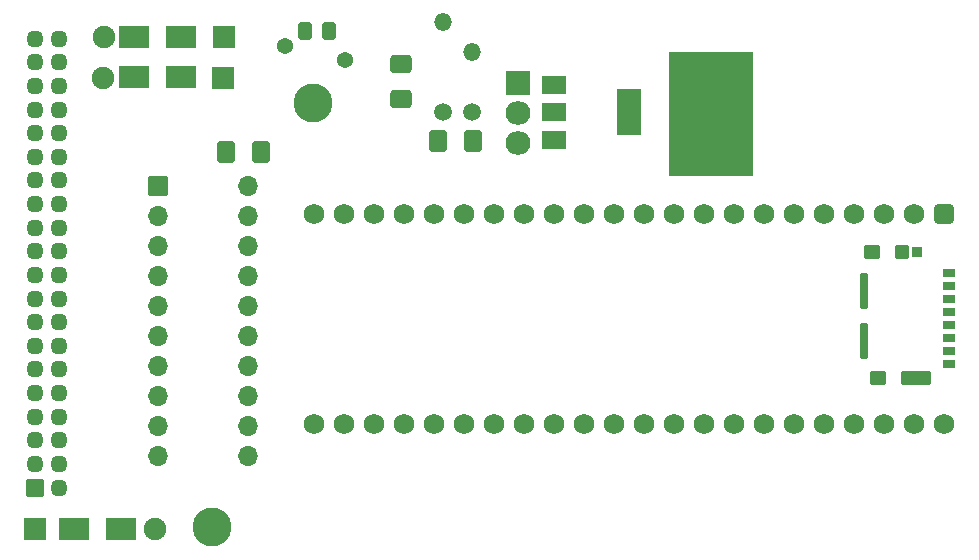
<source format=gbr>
%TF.GenerationSoftware,KiCad,Pcbnew,6.0.5-a6ca702e91~116~ubuntu21.10.1*%
%TF.CreationDate,2022-08-24T05:16:12-06:00*%
%TF.ProjectId,PowerBook_F4Lite_THTV1_2,506f7765-7242-46f6-9f6b-5f46344c6974,rev?*%
%TF.SameCoordinates,Original*%
%TF.FileFunction,Soldermask,Top*%
%TF.FilePolarity,Negative*%
%FSLAX46Y46*%
G04 Gerber Fmt 4.6, Leading zero omitted, Abs format (unit mm)*
G04 Created by KiCad (PCBNEW 6.0.5-a6ca702e91~116~ubuntu21.10.1) date 2022-08-24 05:16:12*
%MOMM*%
%LPD*%
G01*
G04 APERTURE LIST*
G04 Aperture macros list*
%AMRoundRect*
0 Rectangle with rounded corners*
0 $1 Rounding radius*
0 $2 $3 $4 $5 $6 $7 $8 $9 X,Y pos of 4 corners*
0 Add a 4 corners polygon primitive as box body*
4,1,4,$2,$3,$4,$5,$6,$7,$8,$9,$2,$3,0*
0 Add four circle primitives for the rounded corners*
1,1,$1+$1,$2,$3*
1,1,$1+$1,$4,$5*
1,1,$1+$1,$6,$7*
1,1,$1+$1,$8,$9*
0 Add four rect primitives between the rounded corners*
20,1,$1+$1,$2,$3,$4,$5,0*
20,1,$1+$1,$4,$5,$6,$7,0*
20,1,$1+$1,$6,$7,$8,$9,0*
20,1,$1+$1,$8,$9,$2,$3,0*%
G04 Aperture macros list end*
%ADD10C,0.100000*%
%ADD11RoundRect,0.462500X-0.412500X0.412500X-0.412500X-0.412500X0.412500X-0.412500X0.412500X0.412500X0*%
%ADD12C,1.750000*%
%ADD13O,1.900000X1.900000*%
%ADD14RoundRect,0.050000X-0.900000X-0.900000X0.900000X-0.900000X0.900000X0.900000X-0.900000X0.900000X0*%
%ADD15RoundRect,0.050000X-1.250000X-0.900000X1.250000X-0.900000X1.250000X0.900000X-1.250000X0.900000X0*%
%ADD16RoundRect,0.050000X1.250000X0.900000X-1.250000X0.900000X-1.250000X-0.900000X1.250000X-0.900000X0*%
%ADD17RoundRect,0.050000X0.900000X0.900000X-0.900000X0.900000X-0.900000X-0.900000X0.900000X-0.900000X0*%
%ADD18RoundRect,0.050000X0.675000X0.675000X-0.675000X0.675000X-0.675000X-0.675000X0.675000X-0.675000X0*%
%ADD19O,1.450000X1.450000*%
%ADD20RoundRect,0.050000X0.275000X-1.455000X0.275000X1.455000X-0.275000X1.455000X-0.275000X-1.455000X0*%
%ADD21RoundRect,0.050000X0.500000X-0.250000X0.500000X0.250000X-0.500000X0.250000X-0.500000X-0.250000X0*%
%ADD22RoundRect,0.050000X0.390000X-0.360000X0.390000X0.360000X-0.390000X0.360000X-0.390000X-0.360000X0*%
%ADD23RoundRect,0.050000X0.600000X-0.525000X0.600000X0.525000X-0.600000X0.525000X-0.600000X-0.525000X0*%
%ADD24RoundRect,0.050000X1.195000X-0.525000X1.195000X0.525000X-1.195000X0.525000X-1.195000X-0.525000X0*%
%ADD25RoundRect,0.050000X0.540000X-0.525000X0.540000X0.525000X-0.540000X0.525000X-0.540000X-0.525000X0*%
%ADD26C,3.300000*%
%ADD27RoundRect,0.300001X0.462499X0.624999X-0.462499X0.624999X-0.462499X-0.624999X0.462499X-0.624999X0*%
%ADD28RoundRect,0.300001X0.624999X-0.462499X0.624999X0.462499X-0.624999X0.462499X-0.624999X-0.462499X0*%
%ADD29RoundRect,0.300001X-0.462499X-0.624999X0.462499X-0.624999X0.462499X0.624999X-0.462499X0.624999X0*%
%ADD30C,1.500000*%
%ADD31O,1.500000X1.500000*%
%ADD32O,3.600000X3.600000*%
%ADD33RoundRect,0.050000X-1.000000X0.952500X-1.000000X-0.952500X1.000000X-0.952500X1.000000X0.952500X0*%
%ADD34O,2.100000X2.005000*%
%ADD35RoundRect,0.050000X-0.800000X-0.800000X0.800000X-0.800000X0.800000X0.800000X-0.800000X0.800000X0*%
%ADD36O,1.700000X1.700000*%
%ADD37C,1.370000*%
%ADD38RoundRect,0.300000X-0.325000X-0.450000X0.325000X-0.450000X0.325000X0.450000X-0.325000X0.450000X0*%
%ADD39RoundRect,0.050000X-1.000000X-0.750000X1.000000X-0.750000X1.000000X0.750000X-1.000000X0.750000X0*%
%ADD40RoundRect,0.050000X-1.000000X-1.900000X1.000000X-1.900000X1.000000X1.900000X-1.000000X1.900000X0*%
G04 APERTURE END LIST*
D10*
G36*
X128963420Y-74472800D02*
G01*
X121935240Y-74472800D01*
X121935240Y-64005460D01*
X128963420Y-64005460D01*
X128963420Y-74472800D01*
G37*
X128963420Y-74472800D02*
X121935240Y-74472800D01*
X121935240Y-64005460D01*
X128963420Y-64005460D01*
X128963420Y-74472800D01*
D11*
%TO.C,U3*%
X145211800Y-77739240D03*
D12*
X142671800Y-77739240D03*
X140131800Y-77739240D03*
X137591800Y-77739240D03*
X135051800Y-77739240D03*
X132511800Y-77739240D03*
X129971800Y-77739240D03*
X127431800Y-77739240D03*
X124891800Y-77739240D03*
X122351800Y-77739240D03*
X119811800Y-77739240D03*
X117271800Y-77739240D03*
X114731800Y-77739240D03*
X112191800Y-77739240D03*
X109651800Y-77739240D03*
X107111800Y-77739240D03*
X104571800Y-77739240D03*
X102031800Y-77739240D03*
X99491800Y-77739240D03*
X96951800Y-77739240D03*
X94411800Y-77739240D03*
X91871800Y-77739240D03*
X91871800Y-95519240D03*
X94411800Y-95519240D03*
X96951800Y-95519240D03*
X99491800Y-95519240D03*
X102031800Y-95519240D03*
X104571800Y-95519240D03*
X107111800Y-95519240D03*
X109651800Y-95519240D03*
X112191800Y-95519240D03*
X114731800Y-95519240D03*
X117271800Y-95519240D03*
X119811800Y-95519240D03*
X122351800Y-95519240D03*
X124891800Y-95519240D03*
X127431800Y-95519240D03*
X129971800Y-95519240D03*
X132511800Y-95519240D03*
X135051800Y-95519240D03*
X137591800Y-95519240D03*
X140131800Y-95519240D03*
X142671800Y-95519240D03*
X145211800Y-95519240D03*
%TD*%
D13*
%TO.C,D2*%
X78356460Y-104406700D03*
D14*
X68196460Y-104406700D03*
%TD*%
D15*
%TO.C,D5*%
X71507600Y-104394000D03*
X75507600Y-104394000D03*
%TD*%
D16*
%TO.C,D4*%
X80638400Y-62788800D03*
X76638400Y-62788800D03*
%TD*%
D17*
%TO.C,D1*%
X84218780Y-62720220D03*
D13*
X74058780Y-62720220D03*
%TD*%
D16*
%TO.C,D6*%
X80619600Y-66141600D03*
X76619600Y-66141600D03*
%TD*%
D17*
%TO.C,D3*%
X84173060Y-66179700D03*
D13*
X74013060Y-66179700D03*
%TD*%
D18*
%TO.C,J2*%
X68232020Y-100892940D03*
D19*
X70232020Y-100892940D03*
X68232020Y-98892940D03*
X70232020Y-98892940D03*
X68232020Y-96892940D03*
X70232020Y-96892940D03*
X68232020Y-94892940D03*
X70232020Y-94892940D03*
X68232020Y-92892940D03*
X70232020Y-92892940D03*
X68232020Y-90892940D03*
X70232020Y-90892940D03*
X68232020Y-88892940D03*
X70232020Y-88892940D03*
X68232020Y-86892940D03*
X70232020Y-86892940D03*
X70232020Y-84892940D03*
X68232020Y-82892940D03*
X70232020Y-82892940D03*
X68232020Y-80892940D03*
X70232020Y-80892940D03*
X68232020Y-78892940D03*
X70232020Y-78892940D03*
X68232020Y-76892940D03*
X70232020Y-76892940D03*
X68232020Y-74892940D03*
X70232020Y-74892940D03*
X68232020Y-72892940D03*
X70232020Y-72892940D03*
X68232020Y-70892940D03*
X70232020Y-70892940D03*
X68232020Y-68892940D03*
X70232020Y-68892940D03*
X68232020Y-66892940D03*
X70232020Y-66892940D03*
X68232020Y-64892940D03*
X70232020Y-64892940D03*
X68232020Y-62892940D03*
X70232020Y-62892940D03*
X68232020Y-84892940D03*
%TD*%
D20*
%TO.C,SD1*%
X138390000Y-84260000D03*
X138390000Y-88450000D03*
D21*
X145625000Y-82755000D03*
X145625000Y-83855000D03*
X145625000Y-84955000D03*
X145625000Y-86055000D03*
X145625000Y-87155000D03*
X145625000Y-88255000D03*
X145625000Y-89355000D03*
X145625000Y-90455000D03*
D22*
X142945000Y-80995000D03*
D23*
X139635000Y-91630000D03*
D24*
X142820000Y-91630000D03*
D23*
X139065000Y-80985000D03*
D25*
X141675000Y-80995000D03*
%TD*%
D26*
%TO.C,REF\u002A\u002A*%
X83245960Y-104251760D03*
%TD*%
%TO.C,REF\u002A\u002A*%
X91737180Y-68353940D03*
%TD*%
D27*
%TO.C,C1*%
X105340054Y-71538633D03*
X102365054Y-71538633D03*
%TD*%
D28*
%TO.C,C2*%
X99233895Y-67997873D03*
X99233895Y-65022873D03*
%TD*%
D29*
%TO.C,C3*%
X84400060Y-72450960D03*
X87375060Y-72450960D03*
%TD*%
D30*
%TO.C,R1*%
X102802594Y-69135792D03*
D31*
X102802594Y-61515792D03*
%TD*%
D30*
%TO.C,R2*%
X105261315Y-69135793D03*
D31*
X105261315Y-64055793D03*
%TD*%
D32*
%TO.C,U1*%
X125794815Y-69148493D03*
D33*
X109134815Y-66608493D03*
D34*
X109134815Y-69148493D03*
X109134815Y-71688493D03*
%TD*%
D35*
%TO.C,U2*%
X78689200Y-75402440D03*
D36*
X78689200Y-77942440D03*
X78689200Y-80482440D03*
X78689200Y-83022440D03*
X78689200Y-85562440D03*
X78689200Y-88102440D03*
X78689200Y-90642440D03*
X78689200Y-93182440D03*
X78689200Y-95722440D03*
X78689200Y-98262440D03*
X86309200Y-98262440D03*
X86309200Y-95722440D03*
X86309200Y-93182440D03*
X86309200Y-90642440D03*
X86309200Y-88102440D03*
X86309200Y-85562440D03*
X86309200Y-83022440D03*
X86309200Y-80482440D03*
X86309200Y-77942440D03*
X86309200Y-75402440D03*
%TD*%
D37*
%TO.C,F1*%
X89372440Y-63545720D03*
X94452440Y-64688720D03*
%TD*%
D38*
%TO.C,F2*%
X91066400Y-62280800D03*
X93116400Y-62280800D03*
%TD*%
D39*
%TO.C,U4*%
X112216800Y-66838800D03*
D40*
X118516800Y-69138800D03*
D39*
X112216800Y-69138800D03*
X112216800Y-71438800D03*
%TD*%
M02*

</source>
